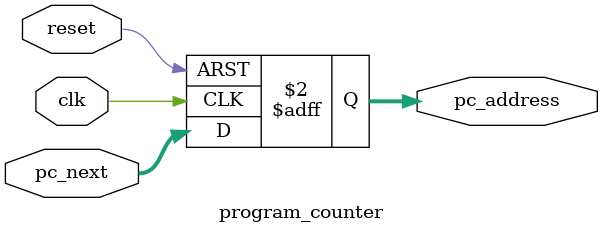
<source format=sv>
module program_counter (
    input  logic clk,
    input  logic reset,
    input  logic [31:0] pc_next,
    output logic [31:0] pc_address
);

    always_ff @(posedge clk or posedge reset) begin
        if (reset) begin
            pc_address <= 32'h0;
        end
        else begin
            pc_address <= pc_next;
        end
    end

endmodule
</source>
